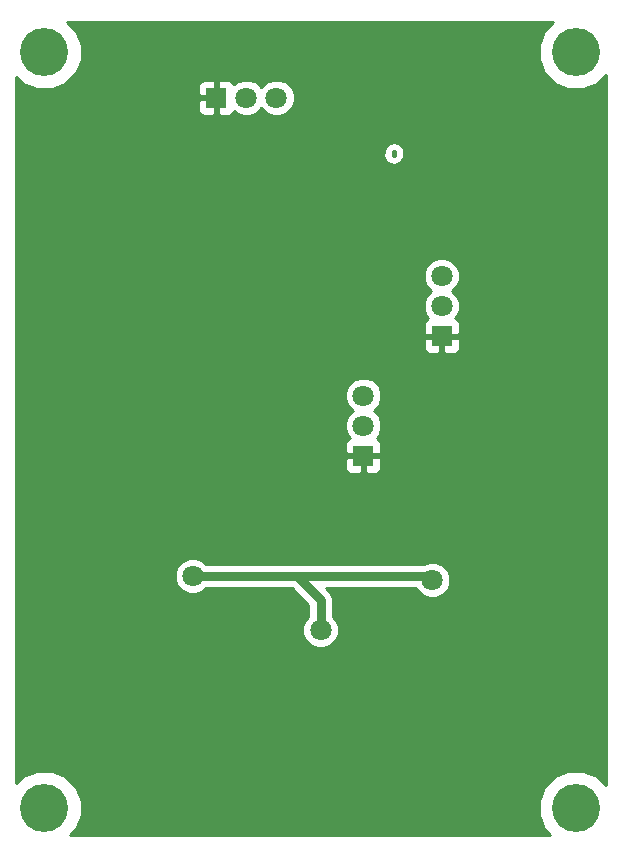
<source format=gbl>
G04 (created by PCBNEW (2013-may-18)-stable) date Mon 25 May 2015 09:55:45 PM CEST*
%MOIN*%
G04 Gerber Fmt 3.4, Leading zero omitted, Abs format*
%FSLAX34Y34*%
G01*
G70*
G90*
G04 APERTURE LIST*
%ADD10C,0.00590551*%
%ADD11R,0.0708661X0.0708661*%
%ADD12C,0.0708661*%
%ADD13C,0.16*%
%ADD14C,0.0177165*%
%ADD15C,0.0314961*%
%ADD16C,0.01*%
G04 APERTURE END LIST*
G54D10*
G54D11*
X70724Y-40960D03*
G54D12*
X70724Y-39960D03*
X70724Y-38960D03*
G54D13*
X75196Y-31496D03*
X57480Y-31496D03*
X57480Y-56692D03*
X75196Y-56692D03*
G54D11*
X63216Y-33015D03*
G54D12*
X64216Y-33015D03*
X65216Y-33015D03*
G54D11*
X68114Y-44948D03*
G54D12*
X68114Y-43948D03*
X68114Y-42948D03*
X70409Y-49094D03*
X66688Y-50759D03*
X62429Y-48960D03*
X58673Y-34937D03*
X61114Y-40370D03*
X61732Y-41161D03*
X61468Y-44858D03*
X61070Y-34208D03*
X66527Y-38897D03*
X65759Y-51539D03*
X70350Y-52500D03*
G54D14*
X69145Y-34826D02*
X69145Y-34889D01*
X69145Y-34889D02*
X69122Y-34913D01*
G54D15*
X70275Y-48960D02*
X65893Y-48960D01*
X70409Y-49094D02*
X70275Y-48960D01*
X66688Y-49755D02*
X66688Y-50759D01*
X65893Y-48960D02*
X66688Y-49755D01*
X62429Y-48960D02*
X65893Y-48960D01*
G54D14*
X58673Y-37929D02*
X58673Y-34937D01*
X61114Y-40370D02*
X58673Y-37929D01*
X61732Y-44594D02*
X61732Y-41161D01*
X61468Y-44858D02*
X61732Y-44594D01*
X61838Y-34208D02*
X61070Y-34208D01*
X66527Y-38897D02*
X61838Y-34208D01*
X66074Y-54015D02*
X69807Y-54015D01*
X65759Y-51539D02*
X65925Y-51704D01*
X65925Y-51704D02*
X65925Y-53866D01*
X65925Y-53866D02*
X66074Y-54015D01*
X70350Y-53472D02*
X70350Y-52500D01*
X69807Y-54015D02*
X70350Y-53472D01*
G54D10*
G36*
X76201Y-55939D02*
X75902Y-55639D01*
X75445Y-55449D01*
X74950Y-55448D01*
X74493Y-55637D01*
X74143Y-55987D01*
X73953Y-56444D01*
X73952Y-56939D01*
X74141Y-57396D01*
X74340Y-57595D01*
X71328Y-57595D01*
X71328Y-39840D01*
X71237Y-39618D01*
X71079Y-39460D01*
X71236Y-39303D01*
X71328Y-39081D01*
X71328Y-38840D01*
X71237Y-38618D01*
X71067Y-38448D01*
X70845Y-38356D01*
X70604Y-38356D01*
X70382Y-38448D01*
X70212Y-38617D01*
X70120Y-38839D01*
X70119Y-39080D01*
X70211Y-39302D01*
X70369Y-39460D01*
X70212Y-39617D01*
X70120Y-39839D01*
X70119Y-40080D01*
X70211Y-40302D01*
X70281Y-40372D01*
X70228Y-40394D01*
X70158Y-40464D01*
X70120Y-40556D01*
X70120Y-40848D01*
X70182Y-40910D01*
X70674Y-40910D01*
X70674Y-40902D01*
X70774Y-40902D01*
X70774Y-40910D01*
X71266Y-40910D01*
X71328Y-40848D01*
X71328Y-40556D01*
X71290Y-40464D01*
X71220Y-40394D01*
X71167Y-40372D01*
X71236Y-40303D01*
X71328Y-40081D01*
X71328Y-39840D01*
X71328Y-57595D01*
X71328Y-57595D01*
X71328Y-41364D01*
X71328Y-41073D01*
X71266Y-41010D01*
X70774Y-41010D01*
X70774Y-41502D01*
X70836Y-41564D01*
X71029Y-41565D01*
X71128Y-41564D01*
X71220Y-41526D01*
X71290Y-41456D01*
X71328Y-41364D01*
X71328Y-57595D01*
X71013Y-57595D01*
X71013Y-48974D01*
X70922Y-48752D01*
X70752Y-48582D01*
X70674Y-48550D01*
X70674Y-41502D01*
X70674Y-41010D01*
X70182Y-41010D01*
X70120Y-41073D01*
X70120Y-41364D01*
X70158Y-41456D01*
X70228Y-41526D01*
X70320Y-41564D01*
X70419Y-41565D01*
X70611Y-41564D01*
X70674Y-41502D01*
X70674Y-48550D01*
X70530Y-48490D01*
X70289Y-48490D01*
X70137Y-48553D01*
X69484Y-48553D01*
X69484Y-34889D01*
X69484Y-34889D01*
X69484Y-34889D01*
X69484Y-34826D01*
X69458Y-34697D01*
X69385Y-34587D01*
X69275Y-34513D01*
X69145Y-34488D01*
X69016Y-34513D01*
X68906Y-34587D01*
X68832Y-34697D01*
X68818Y-34770D01*
X68809Y-34783D01*
X68783Y-34913D01*
X68809Y-35042D01*
X68882Y-35152D01*
X68992Y-35226D01*
X69122Y-35251D01*
X69251Y-35226D01*
X69361Y-35152D01*
X69385Y-35129D01*
X69385Y-35129D01*
X69385Y-35129D01*
X69458Y-35019D01*
X69484Y-34889D01*
X69484Y-48553D01*
X68718Y-48553D01*
X68718Y-43829D01*
X68626Y-43606D01*
X68468Y-43448D01*
X68626Y-43291D01*
X68718Y-43069D01*
X68718Y-42829D01*
X68626Y-42606D01*
X68456Y-42436D01*
X68234Y-42344D01*
X67994Y-42344D01*
X67772Y-42436D01*
X67602Y-42606D01*
X67509Y-42828D01*
X67509Y-43068D01*
X67601Y-43290D01*
X67759Y-43448D01*
X67602Y-43606D01*
X67509Y-43828D01*
X67509Y-44068D01*
X67601Y-44290D01*
X67671Y-44360D01*
X67618Y-44382D01*
X67547Y-44453D01*
X67509Y-44544D01*
X67509Y-44836D01*
X67572Y-44898D01*
X68064Y-44898D01*
X68064Y-44890D01*
X68164Y-44890D01*
X68164Y-44898D01*
X68656Y-44898D01*
X68718Y-44836D01*
X68718Y-44544D01*
X68680Y-44453D01*
X68610Y-44382D01*
X68557Y-44360D01*
X68626Y-44291D01*
X68718Y-44069D01*
X68718Y-43829D01*
X68718Y-48553D01*
X68718Y-48553D01*
X68718Y-45352D01*
X68718Y-45061D01*
X68656Y-44998D01*
X68164Y-44998D01*
X68164Y-45490D01*
X68226Y-45553D01*
X68418Y-45553D01*
X68518Y-45553D01*
X68610Y-45514D01*
X68680Y-45444D01*
X68718Y-45352D01*
X68718Y-48553D01*
X68064Y-48553D01*
X68064Y-45490D01*
X68064Y-44998D01*
X67572Y-44998D01*
X67509Y-45061D01*
X67509Y-45352D01*
X67547Y-45444D01*
X67618Y-45514D01*
X67709Y-45553D01*
X67809Y-45553D01*
X68001Y-45553D01*
X68064Y-45490D01*
X68064Y-48553D01*
X65893Y-48553D01*
X65893Y-48553D01*
X65893Y-48553D01*
X65820Y-48553D01*
X65820Y-32896D01*
X65729Y-32673D01*
X65559Y-32503D01*
X65337Y-32411D01*
X65096Y-32411D01*
X64874Y-32503D01*
X64716Y-32661D01*
X64559Y-32503D01*
X64337Y-32411D01*
X64096Y-32411D01*
X63874Y-32503D01*
X63804Y-32572D01*
X63782Y-32519D01*
X63712Y-32449D01*
X63620Y-32411D01*
X63329Y-32411D01*
X63266Y-32473D01*
X63266Y-32965D01*
X63274Y-32965D01*
X63274Y-33065D01*
X63266Y-33065D01*
X63266Y-33557D01*
X63329Y-33620D01*
X63620Y-33620D01*
X63712Y-33582D01*
X63782Y-33511D01*
X63804Y-33458D01*
X63873Y-33527D01*
X64095Y-33619D01*
X64336Y-33620D01*
X64558Y-33528D01*
X64716Y-33370D01*
X64873Y-33527D01*
X65095Y-33619D01*
X65336Y-33620D01*
X65558Y-33528D01*
X65728Y-33358D01*
X65820Y-33136D01*
X65820Y-32896D01*
X65820Y-48553D01*
X63166Y-48553D01*
X63166Y-33557D01*
X63166Y-33065D01*
X63166Y-32965D01*
X63166Y-32473D01*
X63104Y-32411D01*
X62812Y-32411D01*
X62720Y-32449D01*
X62650Y-32519D01*
X62612Y-32611D01*
X62612Y-32710D01*
X62612Y-32903D01*
X62674Y-32965D01*
X63166Y-32965D01*
X63166Y-33065D01*
X62674Y-33065D01*
X62612Y-33128D01*
X62612Y-33320D01*
X62612Y-33420D01*
X62650Y-33511D01*
X62720Y-33582D01*
X62812Y-33620D01*
X63104Y-33620D01*
X63166Y-33557D01*
X63166Y-48553D01*
X62876Y-48553D01*
X62771Y-48448D01*
X62549Y-48356D01*
X62309Y-48356D01*
X62087Y-48448D01*
X61917Y-48617D01*
X61824Y-48839D01*
X61824Y-49080D01*
X61916Y-49302D01*
X62086Y-49472D01*
X62308Y-49564D01*
X62548Y-49565D01*
X62771Y-49473D01*
X62876Y-49368D01*
X65724Y-49368D01*
X66281Y-49924D01*
X66281Y-50312D01*
X66176Y-50417D01*
X66084Y-50639D01*
X66084Y-50879D01*
X66176Y-51101D01*
X66346Y-51271D01*
X66568Y-51364D01*
X66808Y-51364D01*
X67030Y-51272D01*
X67201Y-51102D01*
X67293Y-50880D01*
X67293Y-50640D01*
X67201Y-50417D01*
X67096Y-50312D01*
X67096Y-49755D01*
X67065Y-49599D01*
X67065Y-49599D01*
X67030Y-49547D01*
X66977Y-49467D01*
X66977Y-49467D01*
X66877Y-49368D01*
X69868Y-49368D01*
X69896Y-49436D01*
X70066Y-49606D01*
X70288Y-49698D01*
X70529Y-49698D01*
X70751Y-49607D01*
X70921Y-49437D01*
X71013Y-49215D01*
X71013Y-48974D01*
X71013Y-57595D01*
X58336Y-57595D01*
X58534Y-57398D01*
X58723Y-56941D01*
X58724Y-56446D01*
X58535Y-55989D01*
X58185Y-55639D01*
X57728Y-55449D01*
X57234Y-55448D01*
X56776Y-55637D01*
X56546Y-55868D01*
X56546Y-32320D01*
X56774Y-32549D01*
X57231Y-32739D01*
X57726Y-32739D01*
X58183Y-32551D01*
X58534Y-32201D01*
X58723Y-31744D01*
X58724Y-31249D01*
X58535Y-30792D01*
X58230Y-30487D01*
X74447Y-30487D01*
X74143Y-30790D01*
X73953Y-31247D01*
X73952Y-31742D01*
X74141Y-32199D01*
X74491Y-32549D01*
X74948Y-32739D01*
X75443Y-32739D01*
X75900Y-32551D01*
X76201Y-32250D01*
X76201Y-55939D01*
X76201Y-55939D01*
G37*
G54D16*
X76201Y-55939D02*
X75902Y-55639D01*
X75445Y-55449D01*
X74950Y-55448D01*
X74493Y-55637D01*
X74143Y-55987D01*
X73953Y-56444D01*
X73952Y-56939D01*
X74141Y-57396D01*
X74340Y-57595D01*
X71328Y-57595D01*
X71328Y-39840D01*
X71237Y-39618D01*
X71079Y-39460D01*
X71236Y-39303D01*
X71328Y-39081D01*
X71328Y-38840D01*
X71237Y-38618D01*
X71067Y-38448D01*
X70845Y-38356D01*
X70604Y-38356D01*
X70382Y-38448D01*
X70212Y-38617D01*
X70120Y-38839D01*
X70119Y-39080D01*
X70211Y-39302D01*
X70369Y-39460D01*
X70212Y-39617D01*
X70120Y-39839D01*
X70119Y-40080D01*
X70211Y-40302D01*
X70281Y-40372D01*
X70228Y-40394D01*
X70158Y-40464D01*
X70120Y-40556D01*
X70120Y-40848D01*
X70182Y-40910D01*
X70674Y-40910D01*
X70674Y-40902D01*
X70774Y-40902D01*
X70774Y-40910D01*
X71266Y-40910D01*
X71328Y-40848D01*
X71328Y-40556D01*
X71290Y-40464D01*
X71220Y-40394D01*
X71167Y-40372D01*
X71236Y-40303D01*
X71328Y-40081D01*
X71328Y-39840D01*
X71328Y-57595D01*
X71328Y-57595D01*
X71328Y-41364D01*
X71328Y-41073D01*
X71266Y-41010D01*
X70774Y-41010D01*
X70774Y-41502D01*
X70836Y-41564D01*
X71029Y-41565D01*
X71128Y-41564D01*
X71220Y-41526D01*
X71290Y-41456D01*
X71328Y-41364D01*
X71328Y-57595D01*
X71013Y-57595D01*
X71013Y-48974D01*
X70922Y-48752D01*
X70752Y-48582D01*
X70674Y-48550D01*
X70674Y-41502D01*
X70674Y-41010D01*
X70182Y-41010D01*
X70120Y-41073D01*
X70120Y-41364D01*
X70158Y-41456D01*
X70228Y-41526D01*
X70320Y-41564D01*
X70419Y-41565D01*
X70611Y-41564D01*
X70674Y-41502D01*
X70674Y-48550D01*
X70530Y-48490D01*
X70289Y-48490D01*
X70137Y-48553D01*
X69484Y-48553D01*
X69484Y-34889D01*
X69484Y-34889D01*
X69484Y-34889D01*
X69484Y-34826D01*
X69458Y-34697D01*
X69385Y-34587D01*
X69275Y-34513D01*
X69145Y-34488D01*
X69016Y-34513D01*
X68906Y-34587D01*
X68832Y-34697D01*
X68818Y-34770D01*
X68809Y-34783D01*
X68783Y-34913D01*
X68809Y-35042D01*
X68882Y-35152D01*
X68992Y-35226D01*
X69122Y-35251D01*
X69251Y-35226D01*
X69361Y-35152D01*
X69385Y-35129D01*
X69385Y-35129D01*
X69385Y-35129D01*
X69458Y-35019D01*
X69484Y-34889D01*
X69484Y-48553D01*
X68718Y-48553D01*
X68718Y-43829D01*
X68626Y-43606D01*
X68468Y-43448D01*
X68626Y-43291D01*
X68718Y-43069D01*
X68718Y-42829D01*
X68626Y-42606D01*
X68456Y-42436D01*
X68234Y-42344D01*
X67994Y-42344D01*
X67772Y-42436D01*
X67602Y-42606D01*
X67509Y-42828D01*
X67509Y-43068D01*
X67601Y-43290D01*
X67759Y-43448D01*
X67602Y-43606D01*
X67509Y-43828D01*
X67509Y-44068D01*
X67601Y-44290D01*
X67671Y-44360D01*
X67618Y-44382D01*
X67547Y-44453D01*
X67509Y-44544D01*
X67509Y-44836D01*
X67572Y-44898D01*
X68064Y-44898D01*
X68064Y-44890D01*
X68164Y-44890D01*
X68164Y-44898D01*
X68656Y-44898D01*
X68718Y-44836D01*
X68718Y-44544D01*
X68680Y-44453D01*
X68610Y-44382D01*
X68557Y-44360D01*
X68626Y-44291D01*
X68718Y-44069D01*
X68718Y-43829D01*
X68718Y-48553D01*
X68718Y-48553D01*
X68718Y-45352D01*
X68718Y-45061D01*
X68656Y-44998D01*
X68164Y-44998D01*
X68164Y-45490D01*
X68226Y-45553D01*
X68418Y-45553D01*
X68518Y-45553D01*
X68610Y-45514D01*
X68680Y-45444D01*
X68718Y-45352D01*
X68718Y-48553D01*
X68064Y-48553D01*
X68064Y-45490D01*
X68064Y-44998D01*
X67572Y-44998D01*
X67509Y-45061D01*
X67509Y-45352D01*
X67547Y-45444D01*
X67618Y-45514D01*
X67709Y-45553D01*
X67809Y-45553D01*
X68001Y-45553D01*
X68064Y-45490D01*
X68064Y-48553D01*
X65893Y-48553D01*
X65893Y-48553D01*
X65893Y-48553D01*
X65820Y-48553D01*
X65820Y-32896D01*
X65729Y-32673D01*
X65559Y-32503D01*
X65337Y-32411D01*
X65096Y-32411D01*
X64874Y-32503D01*
X64716Y-32661D01*
X64559Y-32503D01*
X64337Y-32411D01*
X64096Y-32411D01*
X63874Y-32503D01*
X63804Y-32572D01*
X63782Y-32519D01*
X63712Y-32449D01*
X63620Y-32411D01*
X63329Y-32411D01*
X63266Y-32473D01*
X63266Y-32965D01*
X63274Y-32965D01*
X63274Y-33065D01*
X63266Y-33065D01*
X63266Y-33557D01*
X63329Y-33620D01*
X63620Y-33620D01*
X63712Y-33582D01*
X63782Y-33511D01*
X63804Y-33458D01*
X63873Y-33527D01*
X64095Y-33619D01*
X64336Y-33620D01*
X64558Y-33528D01*
X64716Y-33370D01*
X64873Y-33527D01*
X65095Y-33619D01*
X65336Y-33620D01*
X65558Y-33528D01*
X65728Y-33358D01*
X65820Y-33136D01*
X65820Y-32896D01*
X65820Y-48553D01*
X63166Y-48553D01*
X63166Y-33557D01*
X63166Y-33065D01*
X63166Y-32965D01*
X63166Y-32473D01*
X63104Y-32411D01*
X62812Y-32411D01*
X62720Y-32449D01*
X62650Y-32519D01*
X62612Y-32611D01*
X62612Y-32710D01*
X62612Y-32903D01*
X62674Y-32965D01*
X63166Y-32965D01*
X63166Y-33065D01*
X62674Y-33065D01*
X62612Y-33128D01*
X62612Y-33320D01*
X62612Y-33420D01*
X62650Y-33511D01*
X62720Y-33582D01*
X62812Y-33620D01*
X63104Y-33620D01*
X63166Y-33557D01*
X63166Y-48553D01*
X62876Y-48553D01*
X62771Y-48448D01*
X62549Y-48356D01*
X62309Y-48356D01*
X62087Y-48448D01*
X61917Y-48617D01*
X61824Y-48839D01*
X61824Y-49080D01*
X61916Y-49302D01*
X62086Y-49472D01*
X62308Y-49564D01*
X62548Y-49565D01*
X62771Y-49473D01*
X62876Y-49368D01*
X65724Y-49368D01*
X66281Y-49924D01*
X66281Y-50312D01*
X66176Y-50417D01*
X66084Y-50639D01*
X66084Y-50879D01*
X66176Y-51101D01*
X66346Y-51271D01*
X66568Y-51364D01*
X66808Y-51364D01*
X67030Y-51272D01*
X67201Y-51102D01*
X67293Y-50880D01*
X67293Y-50640D01*
X67201Y-50417D01*
X67096Y-50312D01*
X67096Y-49755D01*
X67065Y-49599D01*
X67065Y-49599D01*
X67030Y-49547D01*
X66977Y-49467D01*
X66977Y-49467D01*
X66877Y-49368D01*
X69868Y-49368D01*
X69896Y-49436D01*
X70066Y-49606D01*
X70288Y-49698D01*
X70529Y-49698D01*
X70751Y-49607D01*
X70921Y-49437D01*
X71013Y-49215D01*
X71013Y-48974D01*
X71013Y-57595D01*
X58336Y-57595D01*
X58534Y-57398D01*
X58723Y-56941D01*
X58724Y-56446D01*
X58535Y-55989D01*
X58185Y-55639D01*
X57728Y-55449D01*
X57234Y-55448D01*
X56776Y-55637D01*
X56546Y-55868D01*
X56546Y-32320D01*
X56774Y-32549D01*
X57231Y-32739D01*
X57726Y-32739D01*
X58183Y-32551D01*
X58534Y-32201D01*
X58723Y-31744D01*
X58724Y-31249D01*
X58535Y-30792D01*
X58230Y-30487D01*
X74447Y-30487D01*
X74143Y-30790D01*
X73953Y-31247D01*
X73952Y-31742D01*
X74141Y-32199D01*
X74491Y-32549D01*
X74948Y-32739D01*
X75443Y-32739D01*
X75900Y-32551D01*
X76201Y-32250D01*
X76201Y-55939D01*
M02*

</source>
